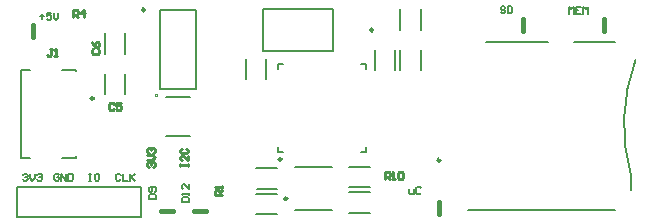
<source format=gto>
G04*
G04 #@! TF.GenerationSoftware,Altium Limited,Altium Designer,23.10.1 (27)*
G04*
G04 Layer_Color=65535*
%FSLAX44Y44*%
%MOMM*%
G71*
G04*
G04 #@! TF.SameCoordinates,AB5FA82C-F65C-42C8-8390-C989D648E836*
G04*
G04*
G04 #@! TF.FilePolarity,Positive*
G04*
G01*
G75*
%ADD10C,0.2500*%
%ADD11C,0.2000*%
%ADD12C,0.4000*%
%ADD13C,0.1524*%
%ADD14C,0.0762*%
%ADD15C,0.2540*%
D10*
X657720Y943820D02*
G03*
X657720Y943820I-1250J0D01*
G01*
X523280Y944560D02*
G03*
X523280Y944560I-1250J0D01*
G01*
X407610Y1071090D02*
G03*
X407610Y1071090I-1250J0D01*
G01*
X528090Y911370D02*
G03*
X528090Y911370I-1250J0D01*
G01*
X364350Y996140D02*
G03*
X364350Y996140I-1250J0D01*
G01*
X600910Y1054100D02*
G03*
X600910Y1054100I-1250J0D01*
G01*
D11*
X823027Y1028799D02*
G03*
X819220Y930551I149206J-54979D01*
G01*
X680970Y901320D02*
X805470D01*
X696470Y1044320D02*
X748970D01*
X770970D02*
X805470D01*
X819220Y918720D02*
Y930550D01*
X594530Y951060D02*
Y955310D01*
X590280Y951060D02*
X594530D01*
Y1020810D02*
Y1025060D01*
X590280D02*
X594530D01*
X520530D02*
X524780D01*
X520530Y1020810D02*
Y1025060D01*
Y951060D02*
Y955310D01*
Y951060D02*
X524780D01*
X420110Y1004090D02*
Y1071090D01*
X451110Y1004090D02*
Y1071090D01*
X420110D02*
X451110D01*
X420110Y1004090D02*
X451110D01*
X404490Y895350D02*
Y920750D01*
X299090Y895350D02*
X404490D01*
X299090D02*
Y920750D01*
X404490D01*
X623960Y1019950D02*
Y1037450D01*
X640990Y1020003D02*
Y1037503D01*
X373740Y999577D02*
Y1017077D01*
X390770Y999630D02*
Y1017130D01*
X390800Y1033973D02*
Y1051473D01*
X373770Y1033920D02*
Y1051420D01*
X501737Y915310D02*
X519237D01*
X501790Y898280D02*
X519290D01*
X580583Y899520D02*
X598083D01*
X580530Y916550D02*
X598030D01*
X534340Y901620D02*
X566340D01*
X534340Y938120D02*
X566340D01*
X580583Y921110D02*
X598083D01*
X580530Y938140D02*
X598030D01*
X502087Y936900D02*
X519587D01*
X502140Y919870D02*
X519640D01*
X619400Y1020003D02*
Y1037503D01*
X602370Y1019950D02*
Y1037450D01*
X493120Y1012277D02*
Y1029777D01*
X510150Y1012330D02*
Y1029830D01*
X302351Y1020590D02*
X310470D01*
X337230Y1020593D02*
X349303D01*
Y1019280D02*
Y1020593D01*
X349350Y945687D02*
Y946990D01*
X337230Y945687D02*
X349350D01*
X302350D02*
X310470D01*
X302351Y945690D02*
Y1020590D01*
X507210Y1036600D02*
X567210D01*
Y1071600D01*
X507210Y1036600D02*
Y1071600D01*
X567210D01*
X623930Y1054187D02*
Y1071687D01*
X640960Y1054240D02*
Y1071740D01*
X631272Y919210D02*
Y916211D01*
X632271Y915211D01*
X635270D01*
Y919210D01*
X641268Y920209D02*
X640269Y921209D01*
X638269D01*
X637270Y920209D01*
Y916211D01*
X638269Y915211D01*
X640269D01*
X641268Y916211D01*
X360140Y932558D02*
X362139D01*
X361140D01*
Y926560D01*
X360140D01*
X362139D01*
X368137Y932558D02*
X366138D01*
X365138Y931558D01*
Y927560D01*
X366138Y926560D01*
X368137D01*
X369137Y927560D01*
Y931558D01*
X368137Y932558D01*
X386999Y931558D02*
X385999Y932558D01*
X384000D01*
X383000Y931558D01*
Y927560D01*
X384000Y926560D01*
X385999D01*
X386999Y927560D01*
X388998Y932558D02*
Y926560D01*
X392997D01*
X394996Y932558D02*
Y926560D01*
Y928559D01*
X398995Y932558D01*
X395996Y929559D01*
X398995Y926560D01*
X334929Y931558D02*
X333929Y932558D01*
X331930D01*
X330930Y931558D01*
Y927560D01*
X331930Y926560D01*
X333929D01*
X334929Y927560D01*
Y929559D01*
X332929D01*
X336928Y926560D02*
Y932558D01*
X340927Y926560D01*
Y932558D01*
X342926D02*
Y926560D01*
X345925D01*
X346925Y927560D01*
Y931558D01*
X345925Y932558D01*
X342926D01*
X304260Y931558D02*
X305260Y932558D01*
X307259D01*
X308259Y931558D01*
Y930559D01*
X307259Y929559D01*
X306259D01*
X307259D01*
X308259Y928559D01*
Y927560D01*
X307259Y926560D01*
X305260D01*
X304260Y927560D01*
X310258Y932558D02*
Y928559D01*
X312257Y926560D01*
X314257Y928559D01*
Y932558D01*
X316256Y931558D02*
X317256Y932558D01*
X319255D01*
X320255Y931558D01*
Y930559D01*
X319255Y929559D01*
X318256D01*
X319255D01*
X320255Y928559D01*
Y927560D01*
X319255Y926560D01*
X317256D01*
X316256Y927560D01*
X712836Y1073085D02*
X711836Y1074085D01*
X709837D01*
X708838Y1073085D01*
Y1072086D01*
X709837Y1071086D01*
X711836D01*
X712836Y1070086D01*
Y1069087D01*
X711836Y1068087D01*
X709837D01*
X708838Y1069087D01*
X714836Y1074085D02*
Y1068087D01*
X717835D01*
X718834Y1069087D01*
Y1073085D01*
X717835Y1074085D01*
X714836D01*
X438961Y908412D02*
X444959D01*
Y911412D01*
X443959Y912411D01*
X439961D01*
X438961Y911412D01*
Y908412D01*
X444959Y914410D02*
Y916410D01*
Y915410D01*
X438961D01*
X439961Y914410D01*
X444959Y923408D02*
Y919409D01*
X440960Y923408D01*
X439961D01*
X438961Y922408D01*
Y920408D01*
X439961Y919409D01*
X766703Y1067611D02*
Y1073609D01*
X768702Y1071610D01*
X770701Y1073609D01*
Y1067611D01*
X776699Y1073609D02*
X772701D01*
Y1067611D01*
X776699D01*
X772701Y1070610D02*
X774700D01*
X778699Y1067611D02*
Y1073609D01*
X780698Y1071610D01*
X782697Y1073609D01*
Y1067611D01*
X411021Y910912D02*
X417019D01*
Y913911D01*
X416019Y914910D01*
X412021D01*
X411021Y913911D01*
Y910912D01*
X416019Y916910D02*
X417019Y917909D01*
Y919909D01*
X416019Y920908D01*
X412021D01*
X411021Y919909D01*
Y917909D01*
X412021Y916910D01*
X413020D01*
X414020Y917909D01*
Y920908D01*
X318393Y1065530D02*
X322391D01*
X320392Y1067529D02*
Y1063531D01*
X328389Y1068529D02*
X324391D01*
Y1065530D01*
X326390Y1066530D01*
X327390D01*
X328389Y1065530D01*
Y1063531D01*
X327390Y1062531D01*
X325390D01*
X324391Y1063531D01*
X330389Y1068529D02*
Y1064530D01*
X332388Y1062531D01*
X334387Y1064530D01*
Y1068529D01*
D12*
X656340Y897890D02*
Y908050D01*
X796290Y1052830D02*
Y1062990D01*
X727710Y1052830D02*
Y1062990D01*
X312670Y1047750D02*
Y1057910D01*
X449580Y900550D02*
X459740D01*
X421640Y900670D02*
X431800D01*
D13*
X425577Y963930D02*
X445643D01*
X425577Y996950D02*
X445643D01*
D14*
X416560Y998220D02*
Y999553D01*
X417893D01*
Y998220D01*
X416560D01*
D15*
X437691Y938652D02*
Y940652D01*
Y939652D01*
X443689D01*
Y938652D01*
Y940652D01*
Y947650D02*
Y943651D01*
X439690Y947650D01*
X438691D01*
X437691Y946650D01*
Y944650D01*
X438691Y943651D01*
Y953648D02*
X437691Y952648D01*
Y950648D01*
X438691Y949649D01*
X442689D01*
X443689Y950648D01*
Y952648D01*
X442689Y953648D01*
X610993Y927911D02*
Y933909D01*
X613992D01*
X614991Y932909D01*
Y930910D01*
X613992Y929910D01*
X610993D01*
X612992D02*
X614991Y927911D01*
X616991D02*
X618990D01*
X617990D01*
Y933909D01*
X616991Y932909D01*
X621989D02*
X622989Y933909D01*
X624988D01*
X625988Y932909D01*
Y928911D01*
X624988Y927911D01*
X622989D01*
X621989Y928911D01*
Y932909D01*
X346792Y1065071D02*
Y1071069D01*
X349791D01*
X350790Y1070069D01*
Y1068070D01*
X349791Y1067070D01*
X346792D01*
X348791D02*
X350790Y1065071D01*
X355789D02*
Y1071069D01*
X352790Y1068070D01*
X356788D01*
X410751Y938153D02*
X409751Y939152D01*
Y941152D01*
X410751Y942151D01*
X411750D01*
X412750Y941152D01*
Y940152D01*
Y941152D01*
X413750Y942151D01*
X414749D01*
X415749Y941152D01*
Y939152D01*
X414749Y938153D01*
X409751Y944151D02*
X413750D01*
X415749Y946150D01*
X413750Y948149D01*
X409751D01*
X410751Y950149D02*
X409751Y951148D01*
Y953148D01*
X410751Y954147D01*
X411750D01*
X412750Y953148D01*
Y952148D01*
Y953148D01*
X413750Y954147D01*
X414749D01*
X415749Y953148D01*
Y951148D01*
X414749Y950149D01*
X472899Y914211D02*
X466901D01*
Y917210D01*
X467901Y918210D01*
X469900D01*
X470900Y917210D01*
Y914211D01*
Y916211D02*
X472899Y918210D01*
Y920209D02*
Y922209D01*
Y921209D01*
X466901D01*
X467901Y920209D01*
X328930Y1038049D02*
X326931D01*
X327930D01*
Y1033051D01*
X326931Y1032051D01*
X325931D01*
X324931Y1033051D01*
X330929Y1032051D02*
X332929D01*
X331929D01*
Y1038049D01*
X330929Y1037049D01*
X363761Y1037860D02*
X362761Y1036861D01*
Y1034861D01*
X363761Y1033862D01*
X367759D01*
X368759Y1034861D01*
Y1036861D01*
X367759Y1037860D01*
X362761Y1043858D02*
X363761Y1041859D01*
X365760Y1039860D01*
X367759D01*
X368759Y1040859D01*
Y1042859D01*
X367759Y1043858D01*
X366760D01*
X365760Y1042859D01*
Y1039860D01*
X381270Y991329D02*
X380271Y992329D01*
X378271D01*
X377272Y991329D01*
Y987331D01*
X378271Y986331D01*
X380271D01*
X381270Y987331D01*
X387268Y992329D02*
X383270D01*
Y989330D01*
X385269Y990330D01*
X386269D01*
X387268Y989330D01*
Y987331D01*
X386269Y986331D01*
X384269D01*
X383270Y987331D01*
M02*

</source>
